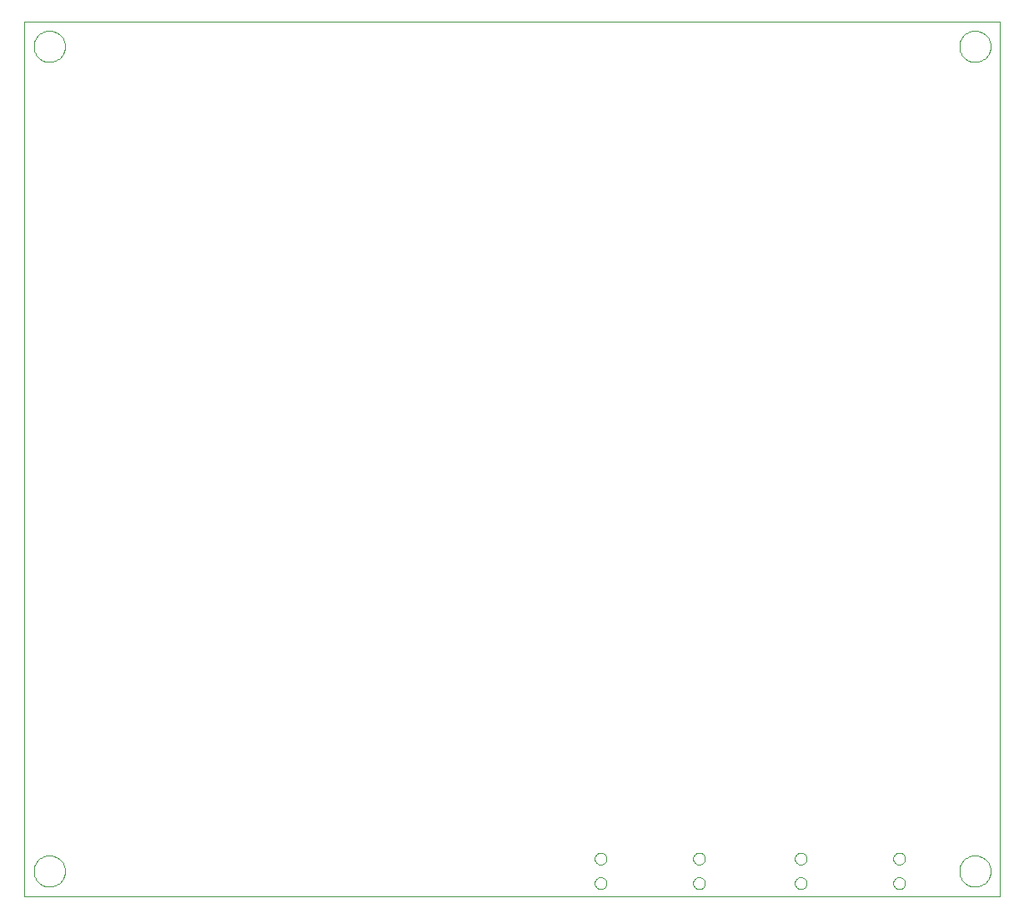
<source format=gko>
G75*
%MOIN*%
%OFA0B0*%
%FSLAX24Y24*%
%IPPOS*%
%LPD*%
%AMOC8*
5,1,8,0,0,1.08239X$1,22.5*
%
%ADD10C,0.0000*%
D10*
X001180Y001199D02*
X001180Y036199D01*
X040180Y036199D01*
X040180Y001199D01*
X001180Y001199D01*
X001555Y002199D02*
X001557Y002249D01*
X001563Y002298D01*
X001573Y002347D01*
X001586Y002394D01*
X001604Y002441D01*
X001625Y002486D01*
X001649Y002529D01*
X001677Y002570D01*
X001708Y002609D01*
X001742Y002645D01*
X001779Y002679D01*
X001819Y002709D01*
X001860Y002736D01*
X001904Y002760D01*
X001949Y002780D01*
X001996Y002796D01*
X002044Y002809D01*
X002093Y002818D01*
X002143Y002823D01*
X002192Y002824D01*
X002242Y002821D01*
X002291Y002814D01*
X002340Y002803D01*
X002387Y002789D01*
X002433Y002770D01*
X002478Y002748D01*
X002521Y002723D01*
X002561Y002694D01*
X002599Y002662D01*
X002635Y002628D01*
X002668Y002590D01*
X002697Y002550D01*
X002723Y002508D01*
X002746Y002464D01*
X002765Y002418D01*
X002781Y002371D01*
X002793Y002322D01*
X002801Y002273D01*
X002805Y002224D01*
X002805Y002174D01*
X002801Y002125D01*
X002793Y002076D01*
X002781Y002027D01*
X002765Y001980D01*
X002746Y001934D01*
X002723Y001890D01*
X002697Y001848D01*
X002668Y001808D01*
X002635Y001770D01*
X002599Y001736D01*
X002561Y001704D01*
X002521Y001675D01*
X002478Y001650D01*
X002433Y001628D01*
X002387Y001609D01*
X002340Y001595D01*
X002291Y001584D01*
X002242Y001577D01*
X002192Y001574D01*
X002143Y001575D01*
X002093Y001580D01*
X002044Y001589D01*
X001996Y001602D01*
X001949Y001618D01*
X001904Y001638D01*
X001860Y001662D01*
X001819Y001689D01*
X001779Y001719D01*
X001742Y001753D01*
X001708Y001789D01*
X001677Y001828D01*
X001649Y001869D01*
X001625Y001912D01*
X001604Y001957D01*
X001586Y002004D01*
X001573Y002051D01*
X001563Y002100D01*
X001557Y002149D01*
X001555Y002199D01*
X023975Y001715D02*
X023977Y001745D01*
X023983Y001775D01*
X023992Y001804D01*
X024005Y001831D01*
X024022Y001856D01*
X024041Y001879D01*
X024064Y001900D01*
X024089Y001917D01*
X024115Y001931D01*
X024144Y001941D01*
X024173Y001948D01*
X024203Y001951D01*
X024234Y001950D01*
X024264Y001945D01*
X024293Y001936D01*
X024320Y001924D01*
X024346Y001909D01*
X024370Y001890D01*
X024391Y001868D01*
X024409Y001844D01*
X024424Y001817D01*
X024435Y001789D01*
X024443Y001760D01*
X024447Y001730D01*
X024447Y001700D01*
X024443Y001670D01*
X024435Y001641D01*
X024424Y001613D01*
X024409Y001586D01*
X024391Y001562D01*
X024370Y001540D01*
X024346Y001521D01*
X024320Y001506D01*
X024293Y001494D01*
X024264Y001485D01*
X024234Y001480D01*
X024203Y001479D01*
X024173Y001482D01*
X024144Y001489D01*
X024115Y001499D01*
X024089Y001513D01*
X024064Y001530D01*
X024041Y001551D01*
X024022Y001574D01*
X024005Y001599D01*
X023992Y001626D01*
X023983Y001655D01*
X023977Y001685D01*
X023975Y001715D01*
X023975Y002699D02*
X023977Y002729D01*
X023983Y002759D01*
X023992Y002788D01*
X024005Y002815D01*
X024022Y002840D01*
X024041Y002863D01*
X024064Y002884D01*
X024089Y002901D01*
X024115Y002915D01*
X024144Y002925D01*
X024173Y002932D01*
X024203Y002935D01*
X024234Y002934D01*
X024264Y002929D01*
X024293Y002920D01*
X024320Y002908D01*
X024346Y002893D01*
X024370Y002874D01*
X024391Y002852D01*
X024409Y002828D01*
X024424Y002801D01*
X024435Y002773D01*
X024443Y002744D01*
X024447Y002714D01*
X024447Y002684D01*
X024443Y002654D01*
X024435Y002625D01*
X024424Y002597D01*
X024409Y002570D01*
X024391Y002546D01*
X024370Y002524D01*
X024346Y002505D01*
X024320Y002490D01*
X024293Y002478D01*
X024264Y002469D01*
X024234Y002464D01*
X024203Y002463D01*
X024173Y002466D01*
X024144Y002473D01*
X024115Y002483D01*
X024089Y002497D01*
X024064Y002514D01*
X024041Y002535D01*
X024022Y002558D01*
X024005Y002583D01*
X023992Y002610D01*
X023983Y002639D01*
X023977Y002669D01*
X023975Y002699D01*
X027913Y002699D02*
X027915Y002729D01*
X027921Y002759D01*
X027930Y002788D01*
X027943Y002815D01*
X027960Y002840D01*
X027979Y002863D01*
X028002Y002884D01*
X028027Y002901D01*
X028053Y002915D01*
X028082Y002925D01*
X028111Y002932D01*
X028141Y002935D01*
X028172Y002934D01*
X028202Y002929D01*
X028231Y002920D01*
X028258Y002908D01*
X028284Y002893D01*
X028308Y002874D01*
X028329Y002852D01*
X028347Y002828D01*
X028362Y002801D01*
X028373Y002773D01*
X028381Y002744D01*
X028385Y002714D01*
X028385Y002684D01*
X028381Y002654D01*
X028373Y002625D01*
X028362Y002597D01*
X028347Y002570D01*
X028329Y002546D01*
X028308Y002524D01*
X028284Y002505D01*
X028258Y002490D01*
X028231Y002478D01*
X028202Y002469D01*
X028172Y002464D01*
X028141Y002463D01*
X028111Y002466D01*
X028082Y002473D01*
X028053Y002483D01*
X028027Y002497D01*
X028002Y002514D01*
X027979Y002535D01*
X027960Y002558D01*
X027943Y002583D01*
X027930Y002610D01*
X027921Y002639D01*
X027915Y002669D01*
X027913Y002699D01*
X027913Y001715D02*
X027915Y001745D01*
X027921Y001775D01*
X027930Y001804D01*
X027943Y001831D01*
X027960Y001856D01*
X027979Y001879D01*
X028002Y001900D01*
X028027Y001917D01*
X028053Y001931D01*
X028082Y001941D01*
X028111Y001948D01*
X028141Y001951D01*
X028172Y001950D01*
X028202Y001945D01*
X028231Y001936D01*
X028258Y001924D01*
X028284Y001909D01*
X028308Y001890D01*
X028329Y001868D01*
X028347Y001844D01*
X028362Y001817D01*
X028373Y001789D01*
X028381Y001760D01*
X028385Y001730D01*
X028385Y001700D01*
X028381Y001670D01*
X028373Y001641D01*
X028362Y001613D01*
X028347Y001586D01*
X028329Y001562D01*
X028308Y001540D01*
X028284Y001521D01*
X028258Y001506D01*
X028231Y001494D01*
X028202Y001485D01*
X028172Y001480D01*
X028141Y001479D01*
X028111Y001482D01*
X028082Y001489D01*
X028053Y001499D01*
X028027Y001513D01*
X028002Y001530D01*
X027979Y001551D01*
X027960Y001574D01*
X027943Y001599D01*
X027930Y001626D01*
X027921Y001655D01*
X027915Y001685D01*
X027913Y001715D01*
X031975Y001715D02*
X031977Y001745D01*
X031983Y001775D01*
X031992Y001804D01*
X032005Y001831D01*
X032022Y001856D01*
X032041Y001879D01*
X032064Y001900D01*
X032089Y001917D01*
X032115Y001931D01*
X032144Y001941D01*
X032173Y001948D01*
X032203Y001951D01*
X032234Y001950D01*
X032264Y001945D01*
X032293Y001936D01*
X032320Y001924D01*
X032346Y001909D01*
X032370Y001890D01*
X032391Y001868D01*
X032409Y001844D01*
X032424Y001817D01*
X032435Y001789D01*
X032443Y001760D01*
X032447Y001730D01*
X032447Y001700D01*
X032443Y001670D01*
X032435Y001641D01*
X032424Y001613D01*
X032409Y001586D01*
X032391Y001562D01*
X032370Y001540D01*
X032346Y001521D01*
X032320Y001506D01*
X032293Y001494D01*
X032264Y001485D01*
X032234Y001480D01*
X032203Y001479D01*
X032173Y001482D01*
X032144Y001489D01*
X032115Y001499D01*
X032089Y001513D01*
X032064Y001530D01*
X032041Y001551D01*
X032022Y001574D01*
X032005Y001599D01*
X031992Y001626D01*
X031983Y001655D01*
X031977Y001685D01*
X031975Y001715D01*
X031975Y002699D02*
X031977Y002729D01*
X031983Y002759D01*
X031992Y002788D01*
X032005Y002815D01*
X032022Y002840D01*
X032041Y002863D01*
X032064Y002884D01*
X032089Y002901D01*
X032115Y002915D01*
X032144Y002925D01*
X032173Y002932D01*
X032203Y002935D01*
X032234Y002934D01*
X032264Y002929D01*
X032293Y002920D01*
X032320Y002908D01*
X032346Y002893D01*
X032370Y002874D01*
X032391Y002852D01*
X032409Y002828D01*
X032424Y002801D01*
X032435Y002773D01*
X032443Y002744D01*
X032447Y002714D01*
X032447Y002684D01*
X032443Y002654D01*
X032435Y002625D01*
X032424Y002597D01*
X032409Y002570D01*
X032391Y002546D01*
X032370Y002524D01*
X032346Y002505D01*
X032320Y002490D01*
X032293Y002478D01*
X032264Y002469D01*
X032234Y002464D01*
X032203Y002463D01*
X032173Y002466D01*
X032144Y002473D01*
X032115Y002483D01*
X032089Y002497D01*
X032064Y002514D01*
X032041Y002535D01*
X032022Y002558D01*
X032005Y002583D01*
X031992Y002610D01*
X031983Y002639D01*
X031977Y002669D01*
X031975Y002699D01*
X035913Y002699D02*
X035915Y002729D01*
X035921Y002759D01*
X035930Y002788D01*
X035943Y002815D01*
X035960Y002840D01*
X035979Y002863D01*
X036002Y002884D01*
X036027Y002901D01*
X036053Y002915D01*
X036082Y002925D01*
X036111Y002932D01*
X036141Y002935D01*
X036172Y002934D01*
X036202Y002929D01*
X036231Y002920D01*
X036258Y002908D01*
X036284Y002893D01*
X036308Y002874D01*
X036329Y002852D01*
X036347Y002828D01*
X036362Y002801D01*
X036373Y002773D01*
X036381Y002744D01*
X036385Y002714D01*
X036385Y002684D01*
X036381Y002654D01*
X036373Y002625D01*
X036362Y002597D01*
X036347Y002570D01*
X036329Y002546D01*
X036308Y002524D01*
X036284Y002505D01*
X036258Y002490D01*
X036231Y002478D01*
X036202Y002469D01*
X036172Y002464D01*
X036141Y002463D01*
X036111Y002466D01*
X036082Y002473D01*
X036053Y002483D01*
X036027Y002497D01*
X036002Y002514D01*
X035979Y002535D01*
X035960Y002558D01*
X035943Y002583D01*
X035930Y002610D01*
X035921Y002639D01*
X035915Y002669D01*
X035913Y002699D01*
X035913Y001715D02*
X035915Y001745D01*
X035921Y001775D01*
X035930Y001804D01*
X035943Y001831D01*
X035960Y001856D01*
X035979Y001879D01*
X036002Y001900D01*
X036027Y001917D01*
X036053Y001931D01*
X036082Y001941D01*
X036111Y001948D01*
X036141Y001951D01*
X036172Y001950D01*
X036202Y001945D01*
X036231Y001936D01*
X036258Y001924D01*
X036284Y001909D01*
X036308Y001890D01*
X036329Y001868D01*
X036347Y001844D01*
X036362Y001817D01*
X036373Y001789D01*
X036381Y001760D01*
X036385Y001730D01*
X036385Y001700D01*
X036381Y001670D01*
X036373Y001641D01*
X036362Y001613D01*
X036347Y001586D01*
X036329Y001562D01*
X036308Y001540D01*
X036284Y001521D01*
X036258Y001506D01*
X036231Y001494D01*
X036202Y001485D01*
X036172Y001480D01*
X036141Y001479D01*
X036111Y001482D01*
X036082Y001489D01*
X036053Y001499D01*
X036027Y001513D01*
X036002Y001530D01*
X035979Y001551D01*
X035960Y001574D01*
X035943Y001599D01*
X035930Y001626D01*
X035921Y001655D01*
X035915Y001685D01*
X035913Y001715D01*
X038555Y002199D02*
X038557Y002249D01*
X038563Y002298D01*
X038573Y002347D01*
X038586Y002394D01*
X038604Y002441D01*
X038625Y002486D01*
X038649Y002529D01*
X038677Y002570D01*
X038708Y002609D01*
X038742Y002645D01*
X038779Y002679D01*
X038819Y002709D01*
X038860Y002736D01*
X038904Y002760D01*
X038949Y002780D01*
X038996Y002796D01*
X039044Y002809D01*
X039093Y002818D01*
X039143Y002823D01*
X039192Y002824D01*
X039242Y002821D01*
X039291Y002814D01*
X039340Y002803D01*
X039387Y002789D01*
X039433Y002770D01*
X039478Y002748D01*
X039521Y002723D01*
X039561Y002694D01*
X039599Y002662D01*
X039635Y002628D01*
X039668Y002590D01*
X039697Y002550D01*
X039723Y002508D01*
X039746Y002464D01*
X039765Y002418D01*
X039781Y002371D01*
X039793Y002322D01*
X039801Y002273D01*
X039805Y002224D01*
X039805Y002174D01*
X039801Y002125D01*
X039793Y002076D01*
X039781Y002027D01*
X039765Y001980D01*
X039746Y001934D01*
X039723Y001890D01*
X039697Y001848D01*
X039668Y001808D01*
X039635Y001770D01*
X039599Y001736D01*
X039561Y001704D01*
X039521Y001675D01*
X039478Y001650D01*
X039433Y001628D01*
X039387Y001609D01*
X039340Y001595D01*
X039291Y001584D01*
X039242Y001577D01*
X039192Y001574D01*
X039143Y001575D01*
X039093Y001580D01*
X039044Y001589D01*
X038996Y001602D01*
X038949Y001618D01*
X038904Y001638D01*
X038860Y001662D01*
X038819Y001689D01*
X038779Y001719D01*
X038742Y001753D01*
X038708Y001789D01*
X038677Y001828D01*
X038649Y001869D01*
X038625Y001912D01*
X038604Y001957D01*
X038586Y002004D01*
X038573Y002051D01*
X038563Y002100D01*
X038557Y002149D01*
X038555Y002199D01*
X038555Y035199D02*
X038557Y035249D01*
X038563Y035298D01*
X038573Y035347D01*
X038586Y035394D01*
X038604Y035441D01*
X038625Y035486D01*
X038649Y035529D01*
X038677Y035570D01*
X038708Y035609D01*
X038742Y035645D01*
X038779Y035679D01*
X038819Y035709D01*
X038860Y035736D01*
X038904Y035760D01*
X038949Y035780D01*
X038996Y035796D01*
X039044Y035809D01*
X039093Y035818D01*
X039143Y035823D01*
X039192Y035824D01*
X039242Y035821D01*
X039291Y035814D01*
X039340Y035803D01*
X039387Y035789D01*
X039433Y035770D01*
X039478Y035748D01*
X039521Y035723D01*
X039561Y035694D01*
X039599Y035662D01*
X039635Y035628D01*
X039668Y035590D01*
X039697Y035550D01*
X039723Y035508D01*
X039746Y035464D01*
X039765Y035418D01*
X039781Y035371D01*
X039793Y035322D01*
X039801Y035273D01*
X039805Y035224D01*
X039805Y035174D01*
X039801Y035125D01*
X039793Y035076D01*
X039781Y035027D01*
X039765Y034980D01*
X039746Y034934D01*
X039723Y034890D01*
X039697Y034848D01*
X039668Y034808D01*
X039635Y034770D01*
X039599Y034736D01*
X039561Y034704D01*
X039521Y034675D01*
X039478Y034650D01*
X039433Y034628D01*
X039387Y034609D01*
X039340Y034595D01*
X039291Y034584D01*
X039242Y034577D01*
X039192Y034574D01*
X039143Y034575D01*
X039093Y034580D01*
X039044Y034589D01*
X038996Y034602D01*
X038949Y034618D01*
X038904Y034638D01*
X038860Y034662D01*
X038819Y034689D01*
X038779Y034719D01*
X038742Y034753D01*
X038708Y034789D01*
X038677Y034828D01*
X038649Y034869D01*
X038625Y034912D01*
X038604Y034957D01*
X038586Y035004D01*
X038573Y035051D01*
X038563Y035100D01*
X038557Y035149D01*
X038555Y035199D01*
X001555Y035199D02*
X001557Y035249D01*
X001563Y035298D01*
X001573Y035347D01*
X001586Y035394D01*
X001604Y035441D01*
X001625Y035486D01*
X001649Y035529D01*
X001677Y035570D01*
X001708Y035609D01*
X001742Y035645D01*
X001779Y035679D01*
X001819Y035709D01*
X001860Y035736D01*
X001904Y035760D01*
X001949Y035780D01*
X001996Y035796D01*
X002044Y035809D01*
X002093Y035818D01*
X002143Y035823D01*
X002192Y035824D01*
X002242Y035821D01*
X002291Y035814D01*
X002340Y035803D01*
X002387Y035789D01*
X002433Y035770D01*
X002478Y035748D01*
X002521Y035723D01*
X002561Y035694D01*
X002599Y035662D01*
X002635Y035628D01*
X002668Y035590D01*
X002697Y035550D01*
X002723Y035508D01*
X002746Y035464D01*
X002765Y035418D01*
X002781Y035371D01*
X002793Y035322D01*
X002801Y035273D01*
X002805Y035224D01*
X002805Y035174D01*
X002801Y035125D01*
X002793Y035076D01*
X002781Y035027D01*
X002765Y034980D01*
X002746Y034934D01*
X002723Y034890D01*
X002697Y034848D01*
X002668Y034808D01*
X002635Y034770D01*
X002599Y034736D01*
X002561Y034704D01*
X002521Y034675D01*
X002478Y034650D01*
X002433Y034628D01*
X002387Y034609D01*
X002340Y034595D01*
X002291Y034584D01*
X002242Y034577D01*
X002192Y034574D01*
X002143Y034575D01*
X002093Y034580D01*
X002044Y034589D01*
X001996Y034602D01*
X001949Y034618D01*
X001904Y034638D01*
X001860Y034662D01*
X001819Y034689D01*
X001779Y034719D01*
X001742Y034753D01*
X001708Y034789D01*
X001677Y034828D01*
X001649Y034869D01*
X001625Y034912D01*
X001604Y034957D01*
X001586Y035004D01*
X001573Y035051D01*
X001563Y035100D01*
X001557Y035149D01*
X001555Y035199D01*
M02*

</source>
